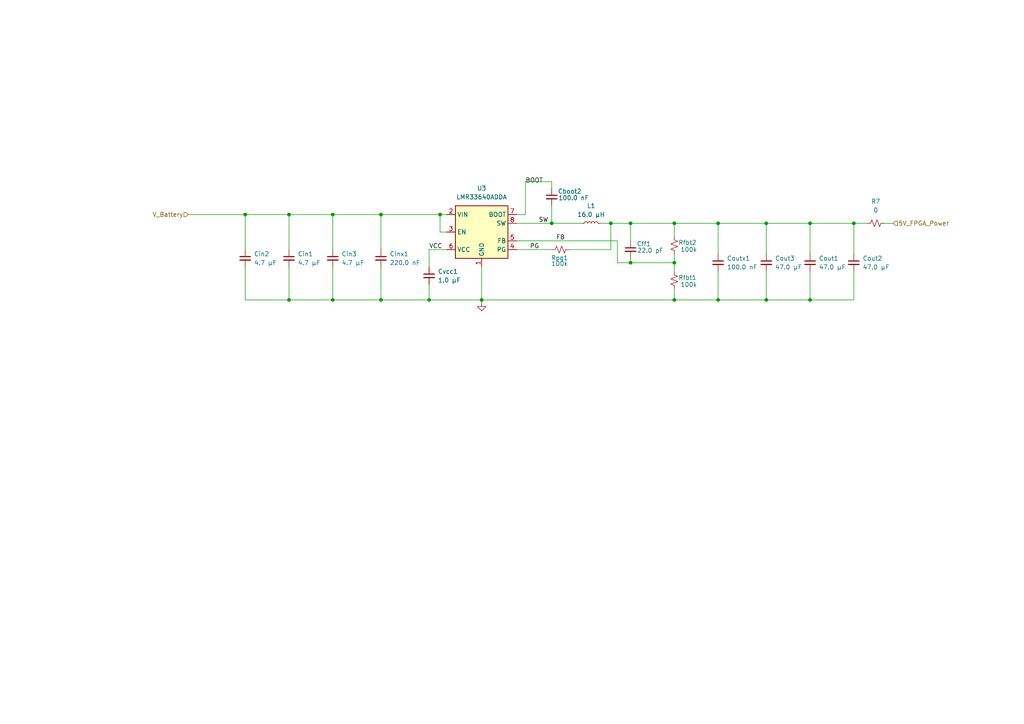
<source format=kicad_sch>
(kicad_sch (version 20250114) (generator "eeschema") (generator_version "9.0")
  (paper "A4")
  (lib_symbols
    (symbol "Device:C_Small" (pin_numbers (hide yes)) (pin_names (offset 0.254) (hide yes))
      (property "Reference" "C" (at 0.254 1.778 0))
      (property "Value" "C_Small" (at 0.254 -2.032 0))
      (symbol "C_Small_0_1"
        (polyline (pts (xy -1.524 0.508) (xy 1.524 0.508)) (stroke (width 0.3048)))
        (polyline (pts (xy -1.524 -0.508) (xy 1.524 -0.508)) (stroke (width 0.3302)))
      )
      (symbol "C_Small_1_1"
        (pin passive line (at 0 2.54 270) (length 2.032) (name "~") (number "1"))
        (pin passive line (at 0 -2.54 90) (length 2.032) (name "~") (number "2"))
      )
    )
    (symbol "Device:L_Small" (pin_numbers (hide yes)) (pin_names (offset 0.254) (hide yes))
      (property "Reference" "L" (at 0.762 1.016 0))
      (property "Value" "L_Small" (at 0.762 -1.016 0))
      (symbol "L_Small_0_1"
        (arc (start 0 2.032) (mid 0.5058 1.524) (end 0 1.016))
        (arc (start 0 1.016) (mid 0.5058 0.508) (end 0 0))
        (arc (start 0 0) (mid 0.5058 -0.508) (end 0 -1.016))
        (arc (start 0 -1.016) (mid 0.5058 -1.524) (end 0 -2.032))
      )
      (symbol "L_Small_1_1"
        (pin passive line (at 0 2.54 270) (length 0.508) (name "~") (number "1"))
        (pin passive line (at 0 -2.54 90) (length 0.508) (name "~") (number "2"))
      )
    )
    (symbol "Device:R_Small_US" (pin_numbers (hide yes)) (pin_names (offset 0.254) (hide yes))
      (property "Reference" "R" (at 0.762 0.508 0))
      (property "Value" "R_Small_US" (at 0.762 -1.016 0))
      (symbol "R_Small_US_1_1"
        (polyline (pts (xy 0 1.524) (xy 1.016 1.143) (xy 0 0.762) (xy -1.016 0.381) (xy 0 0)))
        (polyline (pts (xy 0 0) (xy 1.016 -0.381) (xy 0 -0.762) (xy -1.016 -1.143) (xy 0 -1.524)))
        (pin passive line (at 0 2.54 270) (length 1.016) (name "~") (number "1"))
        (pin passive line (at 0 -2.54 90) (length 1.016) (name "~") (number "2"))
      )
    )
    (symbol "Regulator_Switching:LMR33640ADDA"
      (property "Reference" "U" (at 0 11.43 0))
      (property "Value" "LMR33640ADDA" (at 0 8.89 0))
      (symbol "LMR33640ADDA_0_1"
        (rectangle (start -7.62 7.62) (end 7.62 -7.62) (stroke (width 0.254)) (fill (type background)))
      )
      (symbol "LMR33640ADDA_1_1"
        (pin power_in line (at -10.16 5.08 0) (length 2.54) (name "VIN") (number "2"))
        (pin input line (at -10.16 0 0) (length 2.54) (name "EN") (number "3"))
        (pin power_out line (at -10.16 -5.08 0) (length 2.54) (name "VCC") (number "6"))
        (pin power_in line (at 0 -10.16 90) (length 2.54) (name "GND") (number "1"))
        (pin passive line (at 0 -10.16 90) (length 2.54) (hide yes) (name "GND") (number "9"))
        (pin input line (at 10.16 5.08 180) (length 2.54) (name "BOOT") (number "7"))
        (pin output line (at 10.16 2.54 180) (length 2.54) (name "SW") (number "8"))
        (pin input line (at 10.16 -2.54 180) (length 2.54) (name "FB") (number "5"))
        (pin open_collector line (at 10.16 -5.08 180) (length 2.54) (name "PG") (number "4"))
      )
    )
    (symbol "power:GND" (power) (pin_numbers (hide yes)) (pin_names (offset 0) (hide yes))
      (property "Value" "GND" (at 0 -3.81 0))
      (symbol "GND_0_1"
        (polyline (pts (xy 0 0) (xy 0 -1.27) (xy 1.27 -1.27) (xy 0 -2.54) (xy -1.27 -1.27) (xy 0 -1.27)))
      )
      (symbol "GND_1_1"
        (pin power_in line (at 0 0 270) (length 0) (name "~") (number "1"))
      )
    )
  )
  (junction (at 110.49 62.23))
  (junction (at 124.46 86.995))
  (junction (at 247.65 64.77))
  (junction (at 127.635 62.23))
  (junction (at 195.58 76.2))
  (junction (at 208.28 86.995))
  (junction (at 96.52 86.995))
  (junction (at 182.88 76.2))
  (junction (at 160.02 64.77))
  (junction (at 83.82 62.23))
  (junction (at 83.82 86.995))
  (junction (at 222.25 64.77))
  (junction (at 234.95 86.995))
  (junction (at 195.58 64.77))
  (junction (at 234.95 64.77))
  (junction (at 71.12 62.23))
  (junction (at 96.52 62.23))
  (junction (at 222.25 86.995))
  (junction (at 195.58 86.995))
  (junction (at 208.28 64.77))
  (junction (at 110.49 86.995))
  (junction (at 177.165 64.77))
  (junction (at 139.7 86.995))
  (junction (at 182.88 64.77))
  (wire (pts (xy 208.28 78.74) (xy 208.28 86.995)))
  (wire (pts (xy 222.25 86.995) (xy 208.28 86.995)))
  (wire (pts (xy 110.49 77.47) (xy 110.49 86.995)))
  (wire (pts (xy 71.12 62.23) (xy 83.82 62.23)))
  (wire (pts (xy 71.12 72.39) (xy 71.12 62.23)))
  (wire (pts (xy 124.46 82.55) (xy 124.46 86.995)))
  (wire (pts (xy 83.82 86.995) (xy 96.52 86.995)))
  (wire (pts (xy 247.65 64.77) (xy 247.65 73.66)))
  (wire (pts (xy 160.02 59.69) (xy 160.02 64.77)))
  (wire (pts (xy 195.58 86.995) (xy 139.7 86.995)))
  (wire (pts (xy 234.95 64.77) (xy 247.65 64.77)))
  (wire (pts (xy 83.82 62.23) (xy 83.82 72.39)))
  (wire (pts (xy 139.7 77.47) (xy 139.7 86.995)))
  (wire (pts (xy 234.95 64.77) (xy 234.95 73.66)))
  (wire (pts (xy 247.65 78.74) (xy 247.65 86.995)))
  (wire (pts (xy 182.88 64.77) (xy 177.165 64.77)))
  (wire (pts (xy 160.02 52.705) (xy 160.02 54.61)))
  (wire (pts (xy 222.25 64.77) (xy 234.95 64.77)))
  (wire (pts (xy 96.52 72.39) (xy 96.52 62.23)))
  (wire (pts (xy 182.88 74.93) (xy 182.88 76.2)))
  (wire (pts (xy 195.58 64.77) (xy 182.88 64.77)))
  (wire (pts (xy 195.58 73.66) (xy 195.58 76.2)))
  (wire (pts (xy 96.52 62.23) (xy 110.49 62.23)))
  (wire (pts (xy 195.58 64.77) (xy 208.28 64.77)))
  (wire (pts (xy 124.46 72.39) (xy 124.46 77.47)))
  (wire (pts (xy 96.52 86.995) (xy 110.49 86.995)))
  (wire (pts (xy 256.54 64.77) (xy 259.08 64.77)))
  (wire (pts (xy 247.65 86.995) (xy 234.95 86.995)))
  (wire (pts (xy 149.86 72.39) (xy 160.02 72.39)))
  (wire (pts (xy 208.28 73.66) (xy 208.28 64.77)))
  (wire (pts (xy 71.12 86.995) (xy 83.82 86.995)))
  (wire (pts (xy 110.49 62.23) (xy 110.49 72.39)))
  (wire (pts (xy 234.95 78.74) (xy 234.95 86.995)))
  (wire (pts (xy 160.02 64.77) (xy 168.91 64.77)))
  (wire (pts (xy 179.07 76.2) (xy 182.88 76.2)))
  (wire (pts (xy 177.165 72.39) (xy 177.165 64.77)))
  (wire (pts (xy 54.61 62.23) (xy 71.12 62.23)))
  (wire (pts (xy 149.86 69.85) (xy 179.07 69.85)))
  (wire (pts (xy 83.82 77.47) (xy 83.82 86.995)))
  (wire (pts (xy 195.58 83.82) (xy 195.58 86.995)))
  (wire (pts (xy 129.54 67.31) (xy 127.635 67.31)))
  (wire (pts (xy 127.635 62.23) (xy 129.54 62.23)))
  (wire (pts (xy 234.95 86.995) (xy 222.25 86.995)))
  (wire (pts (xy 149.86 64.77) (xy 160.02 64.77)))
  (wire (pts (xy 208.28 64.77) (xy 222.25 64.77)))
  (wire (pts (xy 182.88 76.2) (xy 195.58 76.2)))
  (wire (pts (xy 149.86 62.23) (xy 152.4 62.23)))
  (wire (pts (xy 247.65 64.77) (xy 251.46 64.77)))
  (wire (pts (xy 71.12 77.47) (xy 71.12 86.995)))
  (wire (pts (xy 152.4 52.705) (xy 160.02 52.705)))
  (wire (pts (xy 152.4 62.23) (xy 152.4 52.705)))
  (wire (pts (xy 127.635 67.31) (xy 127.635 62.23)))
  (wire (pts (xy 139.7 86.995) (xy 139.7 87.63)))
  (wire (pts (xy 195.58 86.995) (xy 208.28 86.995)))
  (wire (pts (xy 179.07 69.85) (xy 179.07 76.2)))
  (wire (pts (xy 222.25 78.74) (xy 222.25 86.995)))
  (wire (pts (xy 110.49 86.995) (xy 124.46 86.995)))
  (wire (pts (xy 96.52 77.47) (xy 96.52 86.995)))
  (wire (pts (xy 195.58 76.2) (xy 195.58 78.74)))
  (wire (pts (xy 195.58 68.58) (xy 195.58 64.77)))
  (wire (pts (xy 165.1 72.39) (xy 177.165 72.39)))
  (wire (pts (xy 222.25 73.66) (xy 222.25 64.77)))
  (wire (pts (xy 83.82 62.23) (xy 96.52 62.23)))
  (wire (pts (xy 182.88 64.77) (xy 182.88 69.85)))
  (wire (pts (xy 177.165 64.77) (xy 173.99 64.77)))
  (wire (pts (xy 124.46 86.995) (xy 139.7 86.995)))
  (wire (pts (xy 110.49 62.23) (xy 127.635 62.23)))
  (wire (pts (xy 129.54 72.39) (xy 124.46 72.39)))
  (label "FB" (at 161.29 69.85 0))
  (label "SW" (at 156.21 64.77 0))
  (label "BOOT" (at 152.4 53.34 0))
  (label "PG" (at 153.67 72.39 0))
  (label "VCC" (at 124.46 72.39 0))
  (hierarchical_label "V_Battery" (shape input) (at 54.61 62.23 180))
  (hierarchical_label "5V_FPGA_Power" (shape input) (at 259.08 64.77 0))
  (symbol (lib_id "Device:C_Small") (at 160.02 57.15 0) (unit 1)
    (property "Reference" "Cboot2" (at 161.798 55.499 0) (effects (justify left)))
    (property "Value" "100.0 nF" (at 161.925 57.404 0) (effects (justify left)))
    (property "Footprint" "Capacitor_SMD:C_0805_2012Metric" (effects (hide yes)))
    (property "Description" "Unpolarized capacitor, small symbol" (effects (hide yes)))
  )
  (symbol (lib_id "Device:C_Small") (at 182.88 72.39 0) (unit 1)
    (property "Reference" "Cff1" (at 184.658 70.739 0) (effects (justify left)))
    (property "Value" "22.0 pF" (at 184.785 72.644 0) (effects (justify left)))
    (property "Footprint" "Capacitor_SMD:C_0805_2012Metric" (effects (hide yes)))
    (property "Description" "Unpolarized capacitor, small symbol" (effects (hide yes)))
  )
  (symbol (lib_id "Device:C_Small") (at 71.12 74.93 0) (unit 1)
    (property "Reference" "Cin2" (at 73.66 73.6662 0) (effects (justify left)))
    (property "Value" "4.7 µF" (at 73.66 76.2062 0) (effects (justify left)))
    (property "Footprint" "Capacitor_SMD:C_0805_2012Metric" (effects (hide yes)))
    (property "Description" "Unpolarized capacitor, small symbol" (effects (hide yes)))
  )
  (symbol (lib_id "Device:R_Small_US") (at 195.58 81.28 180) (unit 1)
    (property "Reference" "Rfbt1" (at 199.39 80.518 0))
    (property "Value" "100k" (at 199.771 82.55 0))
    (property "Footprint" "Resistor_SMD:R_0805_2012Metric" (effects (hide yes)))
    (property "Description" "Resistor, small US symbol" (effects (hide yes)))
  )
  (symbol (lib_id "Device:R_Small_US") (at 195.58 71.12 180) (unit 1)
    (property "Reference" "Rfbt2" (at 199.39 70.358 0))
    (property "Value" "100k" (at 199.771 72.39 0))
    (property "Footprint" "Resistor_SMD:R_0805_2012Metric" (effects (hide yes)))
    (property "Description" "Resistor, small US symbol" (effects (hide yes)))
  )
  (symbol (lib_id "Device:C_Small") (at 110.49 74.93 0) (unit 1)
    (property "Reference" "Cinx1" (at 113.03 73.6662 0) (effects (justify left)))
    (property "Value" "220.0 nF" (at 113.03 76.2062 0) (effects (justify left)))
    (property "Footprint" "Capacitor_SMD:C_0805_2012Metric" (effects (hide yes)))
    (property "Description" "Unpolarized capacitor, small symbol" (effects (hide yes)))
  )
  (symbol (lib_id "Device:R_Small_US") (at 254 64.77 90) (unit 1)
    (property "Reference" "R7" (at 254 58.42 90))
    (property "Value" "0" (at 254 60.96 90))
    (property "Footprint" "Resistor_SMD:R_0805_2012Metric" (effects (hide yes)))
    (property "Description" "Resistor, small US symbol" (effects (hide yes)))
  )
  (symbol (lib_id "Device:C_Small") (at 96.52 74.93 0) (unit 1)
    (property "Reference" "Cin3" (at 99.06 73.6662 0) (effects (justify left)))
    (property "Value" "4.7 µF" (at 99.06 76.2062 0) (effects (justify left)))
    (property "Footprint" "Capacitor_SMD:C_0805_2012Metric" (effects (hide yes)))
    (property "Description" "Unpolarized capacitor, small symbol" (effects (hide yes)))
  )
  (symbol (lib_id "Device:C_Small") (at 208.28 76.2 0) (unit 1)
    (property "Reference" "Coutx1" (at 210.82 74.9362 0) (effects (justify left)))
    (property "Value" "100.0 nF" (at 210.82 77.4762 0) (effects (justify left)))
    (property "Footprint" "Capacitor_SMD:C_0805_2012Metric" (effects (hide yes)))
    (property "Description" "Unpolarized capacitor, small symbol" (effects (hide yes)))
  )
  (symbol (lib_id "Device:C_Small") (at 247.65 76.2 0) (unit 1)
    (property "Reference" "Cout2" (at 250.19 74.9362 0) (effects (justify left)))
    (property "Value" "47.0 µF" (at 250.19 77.4762 0) (effects (justify left)))
    (property "Footprint" "Capacitor_SMD:C_0805_2012Metric" (effects (hide yes)))
    (property "Description" "Unpolarized capacitor, small symbol" (effects (hide yes)))
  )
  (symbol (lib_id "Device:C_Small") (at 222.25 76.2 0) (unit 1)
    (property "Reference" "Cout3" (at 224.79 74.9362 0) (effects (justify left)))
    (property "Value" "47.0 µF" (at 224.79 77.4762 0) (effects (justify left)))
    (property "Footprint" "Capacitor_SMD:C_0805_2012Metric" (effects (hide yes)))
    (property "Description" "Unpolarized capacitor, small symbol" (effects (hide yes)))
  )
  (symbol (lib_id "Device:R_Small_US") (at 162.56 72.39 90) (unit 1)
    (property "Reference" "Rpg1" (at 162.306 74.803 90))
    (property "Value" "100k" (at 162.306 76.454 90))
    (property "Footprint" "Resistor_SMD:R_0805_2012Metric" (effects (hide yes)))
    (property "Description" "Resistor, small US symbol" (effects (hide yes)))
  )
  (symbol (lib_id "Device:C_Small") (at 124.46 80.01 0) (unit 1)
    (property "Reference" "Cvcc1" (at 127 78.7462 0) (effects (justify left)))
    (property "Value" "1.0 µF" (at 127 81.2862 0) (effects (justify left)))
    (property "Footprint" "Capacitor_SMD:C_0805_2012Metric" (effects (hide yes)))
    (property "Description" "Unpolarized capacitor, small symbol" (effects (hide yes)))
  )
  (symbol (lib_id "power:GND") (at 139.7 87.63 0) (unit 1)
    (property "Reference" "#PWR08" (effects (hide yes)))
    (property "Value" "GND" (effects (hide yes)))
    (property "Description" "Power symbol creates a global label with name \"GND\" , ground" (effects (hide yes)))
  )
  (symbol (lib_id "Device:C_Small") (at 234.95 76.2 0) (unit 1)
    (property "Reference" "Cout1" (at 237.49 74.9362 0) (effects (justify left)))
    (property "Value" "47.0 µF" (at 237.49 77.4762 0) (effects (justify left)))
    (property "Footprint" "Capacitor_SMD:C_0805_2012Metric" (effects (hide yes)))
    (property "Description" "Unpolarized capacitor, small symbol" (effects (hide yes)))
  )
  (symbol (lib_id "Regulator_Switching:LMR33640ADDA") (at 139.7 67.31 0) (unit 1)
    (property "Reference" "U3" (at 139.7 54.61 0))
    (property "Value" "LMR33640ADDA" (at 139.7 57.15 0))
    (property "Footprint" "Package_SO:Texas_HSOP-8-1EP_3.9x4.9mm_P1.27mm_ThermalVias" (effects (hide yes)))
    (property "Datasheet" "http://www.ti.com/lit/ds/symlink/lmr33640.pdf" (effects (hide yes)))
    (property "Description" "Simple Switcher Synchronous Buck Regulator, Vin=3.8-36V, Iout=4A, F=400kHz, Adjustable output voltage, HSOP-8" (effects (hide yes)))
  )
  (symbol (lib_id "Device:C_Small") (at 83.82 74.93 0) (unit 1)
    (property "Reference" "Cin1" (at 86.36 73.6662 0) (effects (justify left)))
    (property "Value" "4.7 µF" (at 86.36 76.2062 0) (effects (justify left)))
    (property "Footprint" "Capacitor_SMD:C_0805_2012Metric" (effects (hide yes)))
    (property "Description" "Unpolarized capacitor, small symbol" (effects (hide yes)))
  )
  (symbol (lib_id "Device:L_Small") (at 171.45 64.77 90) (unit 1)
    (property "Reference" "L1" (at 171.45 59.69 90))
    (property "Value" "16.0 µH" (at 171.45 62.23 90))
    (property "Footprint" "SRP1038A-150M:IND_SRP1038A_BRN" (effects (hide yes)))
    (property "Description" "Inductor, small symbol" (effects (hide yes)))
  )
)
</source>
